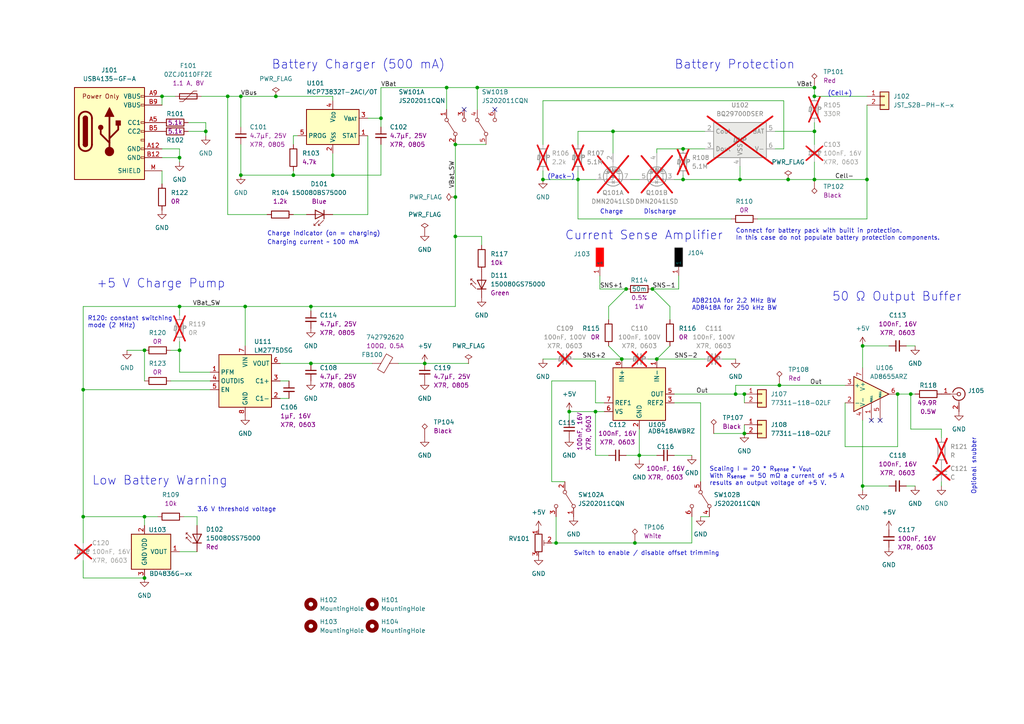
<source format=kicad_sch>
(kicad_sch (version 20230121) (generator eeschema)
  (paper "A4")
  (title_block (title "SCuSA - Scope Current Sense Amplifier") (date "2023-07-15") (rev "Rev B1") (company "fl0m0"))
  (junction (at 52.07 45.72))
  (junction (at 215.9 125.73))
  (junction (at 228.6 52.07))
  (junction (at 96.52 50.8))
  (junction (at 215.9 114.3))
  (junction (at 123.19 105.41))
  (junction (at 161.29 157.48))
  (junction (at 52.07 88.9))
  (junction (at 198.12 43.18))
  (junction (at 24.13 149.86))
  (junction (at 90.17 105.41))
  (junction (at 46.99 27.94))
  (junction (at 264.16 114.3))
  (junction (at 41.91 101.6))
  (junction (at 52.07 101.6))
  (junction (at 132.08 41.91))
  (junction (at 181.61 83.82))
  (junction (at 180.34 104.14))
  (junction (at 190.5 104.14))
  (junction (at 41.91 149.86))
  (junction (at 250.19 140.97))
  (junction (at 24.13 113.03))
  (junction (at 80.01 27.94))
  (junction (at 198.12 52.07))
  (junction (at 138.43 25.4))
  (junction (at 69.85 27.94))
  (junction (at 226.06 111.76))
  (junction (at 90.17 88.9))
  (junction (at 165.1 119.38))
  (junction (at 260.35 114.3))
  (junction (at 129.54 25.4))
  (junction (at 167.64 52.07))
  (junction (at 132.08 57.15))
  (junction (at 157.48 52.07))
  (junction (at 71.12 88.9))
  (junction (at 185.42 132.08))
  (junction (at 110.49 34.29))
  (junction (at 250.19 100.33))
  (junction (at 41.91 167.64))
  (junction (at 236.22 52.07))
  (junction (at 189.23 83.82))
  (junction (at 177.8 38.1))
  (junction (at 59.69 38.1))
  (junction (at 213.36 114.3))
  (junction (at 132.08 68.58))
  (junction (at 184.15 157.48))
  (junction (at 236.22 38.1))
  (junction (at 172.72 119.38))
  (junction (at 251.46 52.07))
  (junction (at 214.63 52.07))
  (junction (at 236.22 25.4))
  (junction (at 69.85 50.8))
  (junction (at 85.09 50.8))
  (junction (at 236.22 27.94))
  (junction (at 66.04 27.94))
  (no_connect (at 143.51 31.75))
  (no_connect (at 252.73 121.92))
  (no_connect (at 134.62 31.75))
  (no_connect (at 255.27 121.92))
  (wire (pts (xy 52.07 99.06) (xy 52.07 101.6)))
  (wire (pts (xy 46.99 43.18) (xy 52.07 43.18)))
  (wire (pts (xy 185.42 132.08) (xy 190.5 132.08)))
  (wire (pts (xy 236.22 38.1) (xy 236.22 35.56)))
  (wire (pts (xy 41.91 152.4) (xy 41.91 149.86)))
  (wire (pts (xy 260.35 129.54) (xy 245.11 129.54)))
  (wire (pts (xy 213.36 104.14) (xy 209.55 104.14)))
  (wire (pts (xy 181.61 132.08) (xy 185.42 132.08)))
  (wire (pts (xy 110.49 25.4) (xy 129.54 25.4)))
  (wire (pts (xy 57.15 149.86) (xy 57.15 152.4)))
  (wire (pts (xy 24.13 149.86) (xy 41.91 149.86)))
  (wire (pts (xy 180.34 104.14) (xy 176.53 100.33)))
  (wire (pts (xy 236.22 52.07) (xy 236.22 46.99)))
  (wire (pts (xy 236.22 25.4) (xy 236.22 27.94)))
  (wire (pts (xy 224.79 38.1) (xy 236.22 38.1)))
  (wire (pts (xy 69.85 27.94) (xy 80.01 27.94)))
  (wire (pts (xy 138.43 31.75) (xy 138.43 25.4)))
  (wire (pts (xy 90.17 90.17) (xy 90.17 88.9)))
  (wire (pts (xy 81.28 110.49) (xy 83.82 110.49)))
  (wire (pts (xy 260.35 114.3) (xy 260.35 129.54)))
  (wire (pts (xy 185.42 124.46) (xy 185.42 132.08)))
  (wire (pts (xy 204.47 104.14) (xy 190.5 104.14)))
  (wire (pts (xy 69.85 27.94) (xy 69.85 36.83)))
  (wire (pts (xy 132.08 41.91) (xy 132.08 57.15)))
  (wire (pts (xy 59.69 39.37) (xy 59.69 38.1)))
  (wire (pts (xy 59.69 38.1) (xy 54.61 38.1)))
  (wire (pts (xy 157.48 41.91) (xy 157.48 29.21)))
  (wire (pts (xy 198.12 50.8) (xy 198.12 52.07)))
  (wire (pts (xy 157.48 29.21) (xy 227.33 29.21)))
  (wire (pts (xy 227.33 43.18) (xy 224.79 43.18)))
  (wire (pts (xy 167.64 63.5) (xy 167.64 52.07)))
  (wire (pts (xy 52.07 45.72) (xy 52.07 46.99)))
  (wire (pts (xy 250.19 100.33) (xy 257.81 100.33)))
  (wire (pts (xy 106.68 62.23) (xy 96.52 62.23)))
  (wire (pts (xy 196.85 80.01) (xy 196.85 83.82)))
  (wire (pts (xy 172.72 116.84) (xy 172.72 110.49)))
  (wire (pts (xy 198.12 52.07) (xy 214.63 52.07)))
  (wire (pts (xy 90.17 88.9) (xy 132.08 88.9)))
  (wire (pts (xy 175.26 119.38) (xy 172.72 119.38)))
  (wire (pts (xy 46.99 30.48) (xy 46.99 27.94)))
  (wire (pts (xy 167.64 49.53) (xy 167.64 52.07)))
  (wire (pts (xy 96.52 50.8) (xy 85.09 50.8)))
  (wire (pts (xy 71.12 88.9) (xy 90.17 88.9)))
  (wire (pts (xy 167.64 38.1) (xy 177.8 38.1)))
  (wire (pts (xy 24.13 167.64) (xy 41.91 167.64)))
  (wire (pts (xy 227.33 29.21) (xy 227.33 43.18)))
  (wire (pts (xy 219.71 63.5) (xy 251.46 63.5)))
  (wire (pts (xy 212.09 63.5) (xy 167.64 63.5)))
  (wire (pts (xy 236.22 41.91) (xy 236.22 38.1)))
  (wire (pts (xy 59.69 35.56) (xy 59.69 38.1)))
  (wire (pts (xy 213.36 114.3) (xy 215.9 114.3)))
  (wire (pts (xy 213.36 111.76) (xy 226.06 111.76)))
  (wire (pts (xy 166.37 104.14) (xy 180.34 104.14)))
  (wire (pts (xy 110.49 41.91) (xy 110.49 50.8)))
  (wire (pts (xy 52.07 101.6) (xy 52.07 107.95)))
  (wire (pts (xy 257.81 140.97) (xy 250.19 140.97)))
  (wire (pts (xy 96.52 44.45) (xy 96.52 50.8)))
  (wire (pts (xy 138.43 25.4) (xy 236.22 25.4)))
  (wire (pts (xy 250.19 142.24) (xy 250.19 140.97)))
  (wire (pts (xy 129.54 25.4) (xy 138.43 25.4)))
  (wire (pts (xy 110.49 25.4) (xy 110.49 34.29)))
  (wire (pts (xy 132.08 68.58) (xy 132.08 88.9)))
  (wire (pts (xy 195.58 116.84) (xy 203.2 116.84)))
  (wire (pts (xy 80.01 27.94) (xy 96.52 27.94)))
  (wire (pts (xy 115.57 105.41) (xy 123.19 105.41)))
  (wire (pts (xy 160.02 157.48) (xy 161.29 157.48)))
  (wire (pts (xy 273.05 127) (xy 273.05 124.46)))
  (wire (pts (xy 204.47 38.1) (xy 177.8 38.1)))
  (wire (pts (xy 195.58 114.3) (xy 213.36 114.3)))
  (wire (pts (xy 172.72 132.08) (xy 172.72 119.38)))
  (wire (pts (xy 139.7 68.58) (xy 132.08 68.58)))
  (wire (pts (xy 54.61 35.56) (xy 59.69 35.56)))
  (wire (pts (xy 160.02 139.7) (xy 163.83 139.7)))
  (wire (pts (xy 175.26 116.84) (xy 172.72 116.84)))
  (wire (pts (xy 172.72 110.49) (xy 160.02 110.49)))
  (wire (pts (xy 53.34 149.86) (xy 57.15 149.86)))
  (wire (pts (xy 273.05 124.46) (xy 264.16 124.46)))
  (wire (pts (xy 24.13 88.9) (xy 24.13 113.03)))
  (wire (pts (xy 110.49 50.8) (xy 96.52 50.8)))
  (wire (pts (xy 140.97 41.91) (xy 132.08 41.91)))
  (wire (pts (xy 24.13 162.56) (xy 24.13 167.64)))
  (wire (pts (xy 260.35 114.3) (xy 264.16 114.3)))
  (wire (pts (xy 106.68 39.37) (xy 106.68 62.23)))
  (wire (pts (xy 251.46 52.07) (xy 236.22 52.07)))
  (wire (pts (xy 66.04 27.94) (xy 69.85 27.94)))
  (wire (pts (xy 49.53 110.49) (xy 60.96 110.49)))
  (wire (pts (xy 24.13 157.48) (xy 24.13 149.86)))
  (wire (pts (xy 205.74 149.86) (xy 203.2 149.86)))
  (wire (pts (xy 52.07 91.44) (xy 52.07 88.9)))
  (wire (pts (xy 185.42 132.08) (xy 185.42 133.35)))
  (wire (pts (xy 161.29 157.48) (xy 184.15 157.48)))
  (wire (pts (xy 245.11 129.54) (xy 245.11 116.84)))
  (wire (pts (xy 251.46 27.94) (xy 236.22 27.94)))
  (wire (pts (xy 181.61 83.82) (xy 176.53 88.9)))
  (wire (pts (xy 41.91 149.86) (xy 45.72 149.86)))
  (wire (pts (xy 172.72 52.07) (xy 167.64 52.07)))
  (wire (pts (xy 96.52 27.94) (xy 96.52 29.21)))
  (wire (pts (xy 69.85 50.8) (xy 85.09 50.8)))
  (wire (pts (xy 52.07 43.18) (xy 52.07 45.72)))
  (wire (pts (xy 161.29 149.86) (xy 161.29 157.48)))
  (wire (pts (xy 228.6 52.07) (xy 236.22 52.07)))
  (wire (pts (xy 203.2 139.7) (xy 203.2 116.84)))
  (wire (pts (xy 214.63 48.26) (xy 214.63 52.07)))
  (wire (pts (xy 195.58 132.08) (xy 200.66 132.08)))
  (wire (pts (xy 177.8 38.1) (xy 177.8 44.45)))
  (wire (pts (xy 50.8 27.94) (xy 46.99 27.94)))
  (wire (pts (xy 190.5 104.14) (xy 194.31 100.33)))
  (wire (pts (xy 58.42 27.94) (xy 66.04 27.94)))
  (wire (pts (xy 90.17 105.41) (xy 107.95 105.41)))
  (wire (pts (xy 264.16 114.3) (xy 265.43 114.3)))
  (wire (pts (xy 200.66 149.86) (xy 200.66 157.48)))
  (wire (pts (xy 167.64 41.91) (xy 167.64 38.1)))
  (wire (pts (xy 173.99 80.01) (xy 173.99 83.82)))
  (wire (pts (xy 195.58 52.07) (xy 198.12 52.07)))
  (wire (pts (xy 157.48 104.14) (xy 161.29 104.14)))
  (wire (pts (xy 157.48 49.53) (xy 157.48 52.07)))
  (wire (pts (xy 85.09 39.37) (xy 85.09 41.91)))
  (wire (pts (xy 85.09 49.53) (xy 85.09 50.8)))
  (wire (pts (xy 187.96 104.14) (xy 190.5 104.14)))
  (wire (pts (xy 69.85 41.91) (xy 69.85 50.8)))
  (wire (pts (xy 83.82 115.57) (xy 81.28 115.57)))
  (wire (pts (xy 215.9 123.19) (xy 215.9 125.73)))
  (wire (pts (xy 176.53 88.9) (xy 176.53 92.71)))
  (wire (pts (xy 273.05 140.97) (xy 273.05 139.7)))
  (wire (pts (xy 262.89 140.97) (xy 265.43 140.97)))
  (wire (pts (xy 85.09 39.37) (xy 86.36 39.37)))
  (wire (pts (xy 52.07 88.9) (xy 71.12 88.9)))
  (wire (pts (xy 41.91 110.49) (xy 41.91 101.6)))
  (wire (pts (xy 24.13 113.03) (xy 60.96 113.03)))
  (wire (pts (xy 181.61 83.82) (xy 173.99 83.82)))
  (wire (pts (xy 157.48 52.07) (xy 167.64 52.07)))
  (wire (pts (xy 204.47 43.18) (xy 198.12 43.18)))
  (wire (pts (xy 250.19 140.97) (xy 250.19 121.92)))
  (wire (pts (xy 194.31 88.9) (xy 189.23 83.82)))
  (wire (pts (xy 215.9 116.84) (xy 215.9 114.3)))
  (wire (pts (xy 251.46 63.5) (xy 251.46 52.07)))
  (wire (pts (xy 184.15 157.48) (xy 200.66 157.48)))
  (wire (pts (xy 57.15 160.02) (xy 52.07 160.02)))
  (wire (pts (xy 182.88 104.14) (xy 180.34 104.14)))
  (wire (pts (xy 52.07 107.95) (xy 60.96 107.95)))
  (wire (pts (xy 81.28 105.41) (xy 90.17 105.41)))
  (wire (pts (xy 49.53 101.6) (xy 52.07 101.6)))
  (wire (pts (xy 226.06 111.76) (xy 245.11 111.76)))
  (wire (pts (xy 24.13 113.03) (xy 24.13 149.86)))
  (wire (pts (xy 165.1 119.38) (xy 172.72 119.38)))
  (wire (pts (xy 198.12 43.18) (xy 190.5 43.18)))
  (wire (pts (xy 264.16 124.46) (xy 264.16 114.3)))
  (wire (pts (xy 160.02 110.49) (xy 160.02 139.7)))
  (wire (pts (xy 71.12 88.9) (xy 71.12 100.33)))
  (wire (pts (xy 207.01 125.73) (xy 215.9 125.73)))
  (wire (pts (xy 132.08 57.15) (xy 132.08 68.58)))
  (wire (pts (xy 129.54 31.75) (xy 129.54 25.4)))
  (wire (pts (xy 46.99 53.34) (xy 46.99 49.53)))
  (wire (pts (xy 213.36 114.3) (xy 213.36 111.76)))
  (wire (pts (xy 46.99 45.72) (xy 52.07 45.72)))
  (wire (pts (xy 110.49 34.29) (xy 110.49 36.83)))
  (wire (pts (xy 66.04 62.23) (xy 66.04 27.94)))
  (wire (pts (xy 189.23 83.82) (xy 196.85 83.82)))
  (wire (pts (xy 190.5 43.18) (xy 190.5 44.45)))
  (wire (pts (xy 176.53 132.08) (xy 172.72 132.08)))
  (wire (pts (xy 36.83 101.6) (xy 41.91 101.6)))
  (wire (pts (xy 182.88 52.07) (xy 185.42 52.07)))
  (wire (pts (xy 139.7 71.12) (xy 139.7 68.58)))
  (wire (pts (xy 77.47 62.23) (xy 66.04 62.23)))
  (wire (pts (xy 251.46 30.48) (xy 251.46 52.07)))
  (wire (pts (xy 250.19 100.33) (xy 250.19 106.68)))
  (wire (pts (xy 106.68 34.29) (xy 110.49 34.29)))
  (wire (pts (xy 265.43 100.33) (xy 262.89 100.33)))
  (wire (pts (xy 88.9 62.23) (xy 85.09 62.23)))
  (wire (pts (xy 165.1 121.92) (xy 165.1 119.38)))
  (wire (pts (xy 135.89 105.41) (xy 123.19 105.41)))
  (wire (pts (xy 194.31 92.71) (xy 194.31 88.9)))
  (wire (pts (xy 24.13 88.9) (xy 52.07 88.9)))
  (wire (pts (xy 214.63 52.07) (xy 228.6 52.07)))
  (text "+5 V Charge Pump" (at 27.94 83.82 0) (effects (font (size 2.54 2.54)) (justify left bottom)))
  (text "Charge" (at 173.99 62.23 0) (effects (font (size 1.27 1.27)) (justify left bottom)))
  (text "Battery Protection" (at 195.58 20.32 0) (effects (font (size 2.54 2.54)) (justify left bottom)))
  (text "Charging current ~ 100 mA" (at 77.47 71.12 0) (effects (font (size 1.27 1.27)) (justify left bottom)))
  (text "Optional snubber" (at 283.21 143.51 90) (effects (font (size 1.27 1.27)) (justify left bottom)))
  (text "Switch to enable / disable offset trimming" (at 166.37 161.29 0) (effects (font (size 1.27 1.27)) (justify left bottom)))
  (text "3.6 V threshold voltage" (at 57.15 148.59 0) (effects (font (size 1.27 1.27)) (justify left bottom)))
  (text "Current Sense Amplifier" (at 163.83 69.85 0) (effects (font (size 2.54 2.54)) (justify left bottom)))
  (text "(Pack-)" (at 158.75 52.07 0) (effects (font (size 1.27 1.27)) (justify left bottom)))
  (text "Discharge" (at 186.69 62.23 0) (effects (font (size 1.27 1.27)) (justify left bottom)))
  (text "(Cell+)" (at 240.03 27.94 0) (effects (font (size 1.27 1.27)) (justify left bottom)))
  (text "Connect for battery pack with built in protection.\nIn this case do not populate battery protection components." (at 213.36 69.85 0) (effects (font (size 1.27 1.27)) (justify left bottom)))
  (text "Battery Charger (500 mA)" (at 78.74 20.32 0) (effects (font (size 2.54 2.54)) (justify left bottom)))
  (text "Low Battery Warning" (at 26.67 140.97 0) (effects (font (size 2.54 2.54)) (justify left bottom)))
  (text "Scaling I = 20 * R_{sense} * V_{out}\nWith R_{sense} = 50 mΩ a current of +5 A\nresults an output voltage of +5 V." (at 205.74 140.97 0) (effects (font (size 1.27 1.27)) (justify left bottom)))
  (text "Charge indicator (on = charging)" (at 77.47 68.58 0) (effects (font (size 1.27 1.27)) (justify left bottom)))
  (text "R120: constant switching\nmode (2 MHz)" (at 25.4 95.25 0) (effects (font (size 1.27 1.27)) (justify left bottom)))
  (text "AD8210A for 2.2 MHz BW\nAD8418A for 250 kHz BW" (at 200.66 90.17 0) (effects (font (size 1.27 1.27)) (justify left bottom)))
  (text "50 Ω Output Buffer" (at 241.3 87.63 0) (effects (font (size 2.54 2.54)) (justify left bottom)))
  (label "VBus" (at 69.85 27.94 0))
  (label "VBat" (at 231.14 25.4 0))
  (label "SNS-2" (at 195.58 104.14 0))
  (label "SNS+2" (at 168.91 104.14 0))
  (label "VBat_SW" (at 55.88 88.9 0))
  (label "SNS-1" (at 189.23 83.82 0))
  (label "VBat" (at 110.49 25.4 0))
  (label "Out" (at 234.95 111.76 0))
  (label "Cell-" (at 247.65 52.07 180))
  (label "SNS+1" (at 173.99 83.82 0))
  (label "Out" (at 201.93 114.3 0))
  (label "VBat_SW" (at 132.08 54.61 90))
  (symbol (lib_id "Resistor_User:0R,0603") (at 45.72 101.6 90) (unit 1)
    (property "Reference" "R120" (at 48.26 96.52 90) (effects (justify left)))
    (property "Value" "0R,0603" (effects hide))
    (property "Footprint" "Resistor_SMD:R_0603_1608Metric_Pad0.98x0.95mm_HandSolder" (effects hide))
    (property "Resistance" "0R" (at 46.99 99.06 90) (effects (justify left)))
    (property "Tolerance" "1%" (effects hide))
    (property "Power" "0.1W" (effects hide))
    (property "Package" "0603" (effects hide))
  )
  (symbol (lib_name "JST_S2B-PH-K-x_1") (lib_id "Connector_User:JST_S2B-PH-K-x") (at 256.54 30.48 0) (unit 1)
    (property "Reference" "J102" (at 259.08 27.94 0) (effects (justify left)))
    (property "Value" "JST_S2B-PH-K-x" (at 259.08 30.48 0) (effects (justify left)))
    (property "Footprint" "Connector_JST:JST_PH_S2B-PH-K_1x02_P2.00mm_Horizontal" (effects hide))
    (property "Datasheet" "https://www.jst-mfg.com/product/pdf/eng/ePH.pdf" (effects hide))
    (property "Manufacturer" "JST" (effects hide))
    (property "MPN" "S2B-PH-K-S" (effects hide))
    (property "Supplier" "Digi-Key" (effects hide))
    (property "SPN" "455-1719-ND" (effects hide))
  )
  (symbol (lib_id "Testpoint_User:TestPoint_5011_Black") (at 123.19 127 0) (unit 1)
    (property "Reference" "TP104" (at 125.73 122.428 0) (effects (justify left)))
    (property "Value" "TestPoint_5011_Black" (effects hide))
    (property "Footprint" "TestPoint:TestPoint_Loop_D2.60mm_Drill1.6mm_Beaded" (effects hide))
    (property "Datasheet" "https://www.keystone-europe.com/wp-content/uploads/2019/11/M70_keystone_guide_2019.pdf" (effects hide))
    (property "Manufacturer" "Keystone Electronics" (effects hide))
    (property "MPN" "5011" (effects hide))
    (property "Color" "Black" (at 125.73 124.968 0) (effects (justify left)))
    (property "Supplier" "Digi-Key" (effects hide))
    (property "SPN" "36-5011-ND" (effects hide))
  )
  (symbol (lib_id "Amplifier_Current_User:AD8418AWBRZ") (at 185.42 114.3 0) (unit 1)
    (property "Reference" "U105" (at 187.96 123.19 0) (effects (justify left)))
    (property "Value" "AD8418AWBRZ" (at 201.6598 125.0289 0) (effects (justify right)))
    (property "Footprint" "Package_SO:SOIC-8_3.9x4.9mm_P1.27mm" (effects hide))
    (property "Datasheet" "https://www.analog.com/media/en/technical-documentation/data-sheets/ad8410a.pdf" (effects hide))
    (property "Supplier" "Digi-Key" (effects hide))
    (property "SPN" "505-AD8418AWBRZ-ND" (effects hide))
    (property "Manufacturer" "Analog Devices" (effects hide))
    (property "MPN" "AD8418AWBRZ" (effects hide))
  )
  (symbol (lib_id "Capacitor_User:100nF,16V,X7R,0603") (at 260.35 140.97 90) (unit 1)
    (property "Reference" "C118" (at 260.3563 132.08 90))
    (property "Value" "100nF,16V,X7R,0603" (effects hide))
    (property "Footprint" "Capacitor_SMD:C_0603_1608Metric_Pad1.08x0.95mm_HandSolder" (effects hide))
    (property "Pretty Value 1" "100nF, 16V" (at 260.3563 134.62 90))
    (property "Pretty Value 2" "X7R, 0603" (at 260.3563 137.16 90))
  )
  (symbol (lib_id "power:GND") (at 265.43 140.97 0) (unit 1)
    (property "Reference" "#PWR05" (effects hide))
    (property "Value" "GND" (at 265.43 146.05 0))
  )
  (symbol (lib_id "Testpoint_User:TestPoint_5011_Black") (at 236.22 52.07 180) (unit 1)
    (property "Reference" "TP102" (at 238.76 54.102 0) (effects (justify right)))
    (property "Value" "TestPoint_5011_Black" (effects hide))
    (property "Footprint" "TestPoint:TestPoint_Loop_D2.60mm_Drill1.6mm_Beaded" (effects hide))
    (property "Datasheet" "https://www.keystone-europe.com/wp-content/uploads/2019/11/M70_keystone_guide_2019.pdf" (effects hide))
    (property "Manufacturer" "Keystone Electronics" (effects hide))
    (property "MPN" "5011" (effects hide))
    (property "Color" "Black" (at 238.76 56.642 0) (effects (justify right)))
    (property "Supplier" "Digi-Key" (effects hide))
    (property "SPN" "36-5011-ND" (effects hide))
  )
  (symbol (lib_id "power:+5V") (at 257.81 153.67 0) (unit 1)
    (property "Reference" "#PWR07" (effects hide))
    (property "Value" "+5V" (at 257.81 148.59 0))
  )
  (symbol (lib_id "Capacitor_User:100nF,16V,X7R,0603") (at 257.81 156.21 180) (unit 1)
    (property "Reference" "C117" (at 260.35 153.6636 0) (effects (justify right)))
    (property "Value" "100nF,16V,X7R,0603" (effects hide))
    (property "Footprint" "Capacitor_SMD:C_0603_1608Metric_Pad1.08x0.95mm_HandSolder" (effects hide))
    (property "Pretty Value 1" "100nF, 16V" (at 260.35 156.2036 0) (effects (justify right)))
    (property "Pretty Value 2" "X7R, 0603" (at 260.35 158.7436 0) (effects (justify right)))
  )
  (symbol (lib_id "power:GND") (at 139.7 86.36 0) (unit 1)
    (property "Reference" "#PWR0129" (effects hide))
    (property "Value" "GND" (at 139.7 91.44 0))
  )
  (symbol (lib_id "power:PWR_FLAG") (at 228.6 52.07 0) (unit 1)
    (property "Reference" "#FLG0101" (effects hide))
    (property "Value" "PWR_FLAG" (at 228.6 46.99 0))
  )
  (symbol (lib_id "power:GND") (at 215.9 125.73 0) (unit 1)
    (property "Reference" "#PWR0114" (effects hide))
    (property "Value" "GND" (at 215.9 130.81 0))
  )
  (symbol (lib_id "power:GND") (at 36.83 101.6 0) (unit 1)
    (property "Reference" "#PWR0127" (effects hide))
    (property "Value" "GND" (at 36.83 106.68 0))
  )
  (symbol (lib_id "power:GND") (at 157.48 52.07 0) (mirror y) (unit 1)
    (property "Reference" "#PWR0106" (effects hide))
    (property "Value" "GND" (at 157.48 57.15 0))
  )
  (symbol (lib_id "Mechanical:MountingHole") (at 90.17 181.61 0) (unit 1)
    (property "Reference" "H103" (at 92.71 180.34 0) (effects (justify left)))
    (property "Value" "MountingHole" (at 92.71 182.88 0) (effects (justify left)))
    (property "Footprint" "MountingHole:MountingHole_3.2mm_M3_DIN965" (effects hide))
  )
  (symbol (lib_id "power:GND") (at 265.43 100.33 0) (unit 1)
    (property "Reference" "#PWR06" (effects hide))
    (property "Value" "GND" (at 265.43 105.41 0))
  )
  (symbol (lib_id "power:+5V") (at 165.1 119.38 0) (unit 1)
    (property "Reference" "#PWR0111" (effects hide))
    (property "Value" "+5V" (at 165.1 114.3 0))
  )
  (symbol (lib_id "Connector_User:77311-118-02LF") (at 220.98 124.46 0) (unit 1)
    (property "Reference" "J108" (at 223.52 123.19 0) (effects (justify left)))
    (property "Value" "77311-118-02LF" (at 223.52 125.73 0) (effects (justify left)))
    (property "Footprint" "Connector_PinHeader_2.54mm:PinHeader_1x02_P2.54mm_Vertical" (effects hide))
    (property "Datasheet" "https://cdn.amphenol-icc.com/media/wysiwyg/files/drawing/77311.pdf" (effects hide))
    (property "Manufacturer" "Amphenol" (effects hide))
    (property "Supplier" "Digi-Key" (effects hide))
    (property "SPN" "609-4434-ND" (effects hide))
  )
  (symbol (lib_id "Capacitor_User:100nF,16V,X7R,0603") (at 24.13 160.02 180) (unit 1) (dnp yes)
    (property "Reference" "C120" (at 26.67 157.4736 0) (effects (justify right)))
    (property "Value" "100nF,16V,X7R,0603" (effects hide))
    (property "Footprint" "Capacitor_SMD:C_0603_1608Metric_Pad1.08x0.95mm_HandSolder" (effects hide))
    (property "Pretty Value 1" "100nF, 16V" (at 26.67 160.0136 0) (effects (justify right)))
    (property "Pretty Value 2" "X7R, 0603" (at 26.67 162.5536 0) (effects (justify right)))
    (property "DNP" "DNP" (at 24.13 160.02 0) (effects (font bold italic)))
  )
  (symbol (lib_id "power:GND") (at 59.69 39.37 0) (unit 1)
    (property "Reference" "#PWR0120" (effects hide))
    (property "Value" "GND" (at 59.69 44.45 0))
  )
  (symbol (lib_id "Switch_User:Slide_Switch_JS202011CQN") (at 203.2 144.78 270) (unit 2)
    (property "Reference" "SW102" (at 207.01 143.51 90) (effects (justify left)))
    (property "Value" "JS202011CQN" (at 207.01 146.05 90) (effects (justify left)))
    (property "Footprint" "Button_Switch_THT:SW_CuK_JS202011CQN_DPDT_Straight" (effects hide))
    (property "Datasheet" "https://www.ckswitches.com/media/1422/js.pdf" (effects hide))
    (property "Manufacturer" "CuK" (effects hide))
    (property "MPN" "JS202011CQN" (effects hide))
    (property "Supplier" "Digi-Key" (effects hide))
    (property "SPN" "401-2001-ND" (effects hide))
  )
  (symbol (lib_id "Resistor_User:2.2k,0603") (at 157.48 45.72 0) (unit 1) (dnp yes)
    (property "Reference" "R106" (at 160.02 44.45 0) (effects (justify left)))
    (property "Value" "2.2k,0603" (effects hide))
    (property "Footprint" "Resistor_SMD:R_0603_1608Metric_Pad0.98x0.95mm_HandSolder" (effects hide))
    (property "Resistance" "2.2k" (at 160.02 46.99 0) (effects (justify left)))
    (property "Tolerance" "1%" (effects hide))
    (property "Power" "0.1W" (effects hide))
    (property "Package" "0603" (effects hide))
    (property "DNP" "DNP" (at 157.48 45.72 0) (effects (font bold italic)))
  )
  (symbol (lib_id "power:GND") (at 203.2 149.86 0) (unit 1)
    (property "Reference" "#PWR0118" (effects hide))
    (property "Value" "GND" (at 203.2 154.94 0))
  )
  (symbol (lib_id "Capacitor_User:4.7uF,25V,X7R,0805") (at 69.85 39.37 0) (unit 1)
    (property "Reference" "C101" (at 72.39 36.8363 0) (effects (justify left)))
    (property "Value" "4.7uF,25V,X7R,0805" (effects hide))
    (property "Footprint" "Capacitor_SMD:C_0805_2012Metric_Pad1.18x1.45mm_HandSolder" (effects hide))
    (property "Pretty Value 1" "4.7μF, 25V" (at 72.39 39.3763 0) (effects (justify left)))
    (property "Pretty Value 2" "X7R, 0805" (at 72.39 41.9163 0) (effects (justify left)))
  )
  (symbol (lib_id "power:GND") (at 278.13 119.38 0) (unit 1)
    (property "Reference" "#PWR0130" (effects hide))
    (property "Value" "GND" (at 278.13 124.46 0))
  )
  (symbol (lib_id "power:GND") (at 90.17 110.49 0) (unit 1)
    (property "Reference" "#PWR0123" (effects hide))
    (property "Value" "GND" (at 90.17 115.57 0))
  )
  (symbol (lib_id "Resistor_User:0R,0603") (at 46.99 57.15 0) (unit 1)
    (property "Reference" "R122" (at 49.53 55.88 0) (effects (justify left)))
    (property "Value" "0R,0603" (effects hide))
    (property "Footprint" "Resistor_SMD:R_0603_1608Metric_Pad0.98x0.95mm_HandSolder" (effects hide))
    (property "Resistance" "0R" (at 49.53 58.42 0) (effects (justify left)))
    (property "Tolerance" "1%" (effects hide))
    (property "Power" "0.1W" (effects hide))
    (property "Package" "0603" (effects hide))
  )
  (symbol (lib_id "Battery_Management:BQ297xy") (at 214.63 40.64 0) (mirror y) (unit 1) (dnp yes)
    (property "Reference" "U102" (at 214.63 30.48 0))
    (property "Value" "BQ29700DSER" (at 214.63 33.02 0))
    (property "Footprint" "Package_SON:WSON-6_1.5x1.5mm_P0.5mm" (effects hide))
    (property "Datasheet" "http://www.ti.com/lit/ds/symlink/bq2970.pdf" (effects hide))
    (property "DNP" "DNP" (at 214.63 40.64 0) (effects (font bold italic)))
  )
  (symbol (lib_id "Regulator_SwitchedCapacitor:LM2775DSG") (at 71.12 110.49 0) (unit 1)
    (property "Reference" "U111" (at 73.66 99.06 0) (effects (justify left)))
    (property "Value" "LM2775DSG" (at 73.66 101.6 0) (effects (justify left)))
    (property "Footprint" "Package_SON:WSON-8-1EP_2x2mm_P0.5mm_EP0.9x1.6mm_ThermalVias" (effects hide))
    (property "Datasheet" "https://www.ti.com/lit/gpn/lm2775" (effects hide))
  )
  (symbol (lib_id "Capacitor_User:100nF,100V,X7R,0603") (at 163.83 104.14 90) (unit 1) (dnp yes)
    (property "Reference" "C109" (at 163.8363 95.25 90))
    (property "Value" "100nF,100V,X7R,0603" (effects hide))
    (property "Footprint" "Capacitor_SMD:C_0603_1608Metric_Pad1.08x0.95mm_HandSolder" (effects hide))
    (property "Pretty Value 1" "100nF, 100V" (at 163.8363 97.79 90))
    (property "Pretty Value 2" "X7R, 0603" (at 163.8363 100.33 90))
    (property "DNP" "DNP" (at 163.83 104.14 90) (effects (font bold italic)))
  )
  (symbol (lib_id "power:GND") (at 273.05 140.97 0) (unit 1)
    (property "Reference" "#PWR0115" (effects hide))
    (property "Value" "GND" (at 273.05 146.05 0))
  )
  (symbol (lib_id "Capacitor_User:100nF,100V,X7R,0603") (at 207.01 104.14 90) (unit 1) (dnp yes)
    (property "Reference" "C111" (at 207.0163 95.25 90))
    (property "Value" "100nF,100V,X7R,0603" (effects hide))
    (property "Footprint" "Capacitor_SMD:C_0603_1608Metric_Pad1.08x0.95mm_HandSolder" (effects hide))
    (property "Pretty Value 1" "100nF, 100V" (at 207.0163 97.79 90))
    (property "Pretty Value 2" "X7R, 0603" (at 207.0163 100.33 90))
    (property "DNP" "DNP" (at 207.01 104.14 90) (effects (font bold italic)))
  )
  (symbol (lib_id "Resistor_User:1.2k,0603") (at 81.28 62.23 90) (unit 1)
    (property "Reference" "R104" (at 81.28 55.88 90))
    (property "Value" "1.2k,0603" (effects hide))
    (property "Footprint" "Resistor_SMD:R_0603_1608Metric_Pad0.98x0.95mm_HandSolder" (effects hide))
    (property "Resistance" "1.2k" (at 81.28 58.42 90))
    (property "Tolerance" "1%" (effects hide))
    (property "Power" "0.1W" (effects hide))
    (property "Package" "0603" (effects hide))
  )
  (symbol (lib_id "Resistor_User:330R,0603") (at 236.22 31.75 0) (unit 1) (dnp yes)
    (property "Reference" "R105" (at 238.76 30.48 0) (effects (justify left)))
    (property "Value" "330R,0603" (effects hide))
    (property "Footprint" "Resistor_SMD:R_0603_1608Metric_Pad0.98x0.95mm_HandSolder" (effects hide))
    (property "Resistance" "330R" (at 238.76 33.02 0) (effects (justify left)))
    (property "Tolerance" "1%" (effects hide))
    (property "Power" "0.1W" (effects hide))
    (property "Package" "0603" (effects hide))
    (property "DNP" "DNP" (at 236.22 31.75 0) (effects (font bold italic)))
  )
  (symbol (lib_id "Capacitor_User:4.7uF,25V,X7R,0805") (at 123.19 107.95 0) (unit 1)
    (property "Reference" "C119" (at 125.73 106.68 0) (effects (justify left)))
    (property "Value" "4.7uF,25V,X7R,0805" (effects hide))
    (property "Footprint" "Capacitor_SMD:C_0805_2012Metric_Pad1.18x1.45mm_HandSolder" (effects hide))
    (property "Pretty Value 1" "4.7μF, 25V" (at 125.73 109.22 0) (effects (justify left)))
    (property "Pretty Value 2" "X7R, 0805" (at 125.73 111.76 0) (effects (justify left)))
  )
  (symbol (lib_id "Resistor_User:10k_Potentiometer_Trim_TSR-3296W") (at 156.21 157.48 0) (unit 1)
    (property "Reference" "RV101" (at 153.67 156.21 0) (effects (justify right)))
    (property "Value" "10k_Potentiometer_Trim_TSR-3296W" (effects hide))
    (property "Footprint" "Potentionmeter_THT_User:Potentiometer_Suntan_3296W_Vertical_90deg" (effects hide))
    (property "Datasheet" "https://cdn-reichelt.de/documents/datenblatt/B400/64W100K.pdf" (effects hide))
    (property "Manufacturer" "Suntan" (effects hide))
    (property "MPN" "TSR-3296W" (effects hide))
    (property "Supplier" "Reichelt" (effects hide))
    (property "SPN" "64W-10K" (effects hide))
  )
  (symbol (lib_id "Connector_User:Binding_Post_PKI_10_A_Au_Black") (at 196.85 77.47 90) (unit 1)
    (property "Reference" "J104" (at 199.39 73.3425 90) (effects (justify right)))
    (property "Value" "Binding_Post_PKI_10_A_Au" (effects hide))
    (property "Footprint" "Connector_User:Binding_Post_PKI_10_A_Au_Black" (effects hide))
    (property "Datasheet" "https://cdn-reichelt.de/documents/datenblatt/D100/PKI_10_A_AU.pdf" (effects hide))
    (property "Supplier" "Reichelt" (effects hide))
    (property "SPN" "PKI 10 A AU SW" (effects hide))
    (property "Manufacturer" "SKS, Hirschmann" (effects hide))
    (property "MPN" "930103700" (effects hide))
  )
  (symbol (lib_id "Switch_User:Slide_Switch_JS202011CQN") (at 132.08 36.83 90) (unit 1)
    (property "Reference" "SW101" (at 115.57 26.67 90) (effects (justify right)))
    (property "Value" "JS202011CQN" (at 115.57 29.21 90) (effects (justify right)))
    (property "Footprint" "Button_Switch_THT:SW_CuK_JS202011CQN_DPDT_Straight" (effects hide))
    (property "Datasheet" "https://www.ckswitches.com/media/1422/js.pdf" (effects hide))
    (property "Manufacturer" "CuK" (effects hide))
    (property "MPN" "JS202011CQN" (effects hide))
    (property "Supplier" "Digi-Key" (effects hide))
    (property "SPN" "401-2001-ND" (effects hide))
  )
  (symbol (lib_id "Resistor_User:0R,0603") (at 52.07 95.25 0) (unit 1) (dnp yes)
    (property "Reference" "R119" (at 54.61 93.98 0) (effects (justify left)))
    (property "Value" "0R,0603" (effects hide))
    (property "Footprint" "Resistor_SMD:R_0603_1608Metric_Pad0.98x0.95mm_HandSolder" (effects hide))
    (property "Resistance" "0R" (at 54.61 96.52 0) (effects (justify left)))
    (property "Tolerance" "1%" (effects hide))
    (property "Power" "0.1W" (effects hide))
    (property "Package" "0603" (effects hide))
    (property "DNP" "DNP" (at 52.07 95.25 0) (effects (font bold italic)))
  )
  (symbol (lib_id "power:GND") (at 123.19 110.49 0) (unit 1)
    (property "Reference" "#PWR09" (effects hide))
    (property "Value" "GND" (at 123.19 115.57 0))
  )
  (symbol (lib_id "power:GND") (at 157.48 104.14 0) (unit 1)
    (property "Reference" "#PWR01" (effects hide))
    (property "Value" "GND" (at 157.48 109.22 0))
  )
  (symbol (lib_id "Amplifier_Operational:AD8655") (at 252.73 114.3 0) (unit 1)
    (property "Reference" "U106" (at 256.54 106.68 0))
    (property "Value" "AD8655ARZ" (at 257.81 109.22 0))
    (property "Footprint" "Package_SO:SOIC-8_3.9x4.9mm_P1.27mm" (effects hide))
    (property "Datasheet" "https://www.analog.com/media/en/technical-documentation/data-sheets/ad8655_8656.pdf" (effects hide))
    (property "Supplier" "Digi-Key" (effects hide))
    (property "SPN" "505-AD8655ARZ-ND" (effects hide))
  )
  (symbol (lib_id "Testpoint_User:TestPoint_5011_Black") (at 207.01 125.73 0) (unit 1)
    (property "Reference" "TP107" (at 209.55 121.158 0) (effects (justify left)))
    (property "Value" "TestPoint_5011_Black" (effects hide))
    (property "Footprint" "TestPoint:TestPoint_Loop_D2.60mm_Drill1.6mm_Beaded" (effects hide))
    (property "Datasheet" "https://www.keystone-europe.com/wp-content/uploads/2019/11/M70_keystone_guide_2019.pdf" (effects hide))
    (property "Manufacturer" "Keystone Electronics" (effects hide))
    (property "MPN" "5011" (effects hide))
    (property "Color" "Black" (at 209.55 123.698 0) (effects (justify left)))
    (property "Supplier" "Digi-Key" (effects hide))
    (property "SPN" "36-5011-ND" (effects hide))
  )
  (symbol (lib_id "Connector_User:Binding_Post_PKI_10_A_Au_Red") (at 173.99 77.47 90) (unit 1)
    (property "Reference" "J103" (at 166.37 73.66 90) (effects (justify right)))
    (property "Value" "Binding_Post_PKI_10_A_Au" (effects hide))
    (property "Footprint" "Connector_User:Binding_Post_PKI_10_A_Au_Red" (effects hide))
    (property "Datasheet" "https://cdn-reichelt.de/documents/datenblatt/D100/PKI_10_A_AU.pdf" (effects hide))
    (property "Supplier" "Reichelt" (effects hide))
    (property "SPN" "PKI 10 A AU RT" (effects hide))
    (property "Manufacturer" "SKS, Hirschmann" (effects hide))
    (property "MPN" "930103701" (effects hide))
  )
  (symbol (lib_id "power:GND") (at 123.19 127 0) (unit 1)
    (property "Reference" "#PWR0131" (effects hide))
    (property "Value" "GND" (at 123.19 132.08 0))
  )
  (symbol (lib_id "Capacitor_User:100nF,16V,X7R,0603") (at 165.1 124.46 0) (unit 1)
    (property "Reference" "C115" (at 161.833 122.605 0) (effects (justify left)))
    (property "Value" "100nF,16V,X7R,0603" (effects hide))
    (property "Footprint" "Capacitor_SMD:C_0603_1608Metric_Pad1.08x0.95mm_HandSolder" (effects hide))
    (property "Pretty Value 1" "100nF, 16V" (at 168.1638 130.7203 90) (effects (justify left)))
    (property "Pretty Value 2" "X7R, 0603" (at 170.7038 130.7203 90) (effects (justify left)))
  )
  (symbol (lib_id "LED_User:150080BS75000") (at 91.44 62.23 180) (unit 1)
    (property "Reference" "D101" (at 92.583 53.34 0))
    (property "Value" "150080BS75000" (at 92.583 55.88 0))
    (property "Footprint" "LED_SMD:LED_0805_2012Metric_Pad1.15x1.40mm_HandSolder" (effects hide))
    (property "Datasheet" "https://www.we-online.com/katalog/datasheet/150080BS75000.pdf" (effects hide))
    (property "Manufacturer" "Wurth Elektronik" (effects hide))
    (property "Supplier" "Digi-Key" (effects hide))
    (property "SPN" "732-4982-1-ND" (effects hide))
    (property "Info" "Blue" (at 92.583 58.42 0))
  )
  (symbol (lib_id "Connector_User:SMA_Straight_Jack_Female") (at 278.13 114.3 0) (unit 1)
    (property "Reference" "J105" (at 280.67 113.3232 0) (effects (justify left)))
    (property "Value" "SMA_Straight_Jack_Female" (effects hide))
    (property "Footprint" "Connector_User:SMA_Vertical" (effects hide))
    (property "Datasheet" "https://app.adam-tech.com/products/download/data_sheet/219105/rf2-04a-t-00-50-g-data-sheet.pdf" (effects hide))
    (property "Manufacturer" "Adam Tech" (effects hide))
    (property "MPN" "RF2-04A-T-00-50-G" (effects hide))
    (property "Supplier" "Digi-Key" (effects hide))
    (property "SPN" "2057-RF2-04A-T-00-50-G-ND" (effects hide))
  )
  (symbol (lib_id "LED_User:150080GS75000") (at 139.7 81.28 90) (unit 1)
    (property "Reference" "D111" (at 142.24 79.883 90) (effects (justify right)))
    (property "Value" "150080GS75000" (at 142.24 82.423 90) (effects (justify right)))
    (property "Footprint" "LED_SMD:LED_0805_2012Metric_Pad1.15x1.40mm_HandSolder" (effects hide))
    (property "Datasheet" "https://www.we-online.com/katalog/datasheet/150080GS75000.pdf" (effects hide))
    (property "Manufacturer" "Wurth Elektronik" (effects hide))
    (property "Supplier" "Digi-Key" (effects hide))
    (property "SPN" "732-4983-1-ND" (effects hide))
    (property "Info" "Green" (at 142.24 84.963 90) (effects (justify right)))
  )
  (symbol (lib_id "Resistor_User:5.1M,0603") (at 198.12 46.99 0) (unit 1) (dnp yes)
    (property "Reference" "R108" (at 200.66 45.72 0) (effects (justify left)))
    (property "Value" "5.1M,0603" (effects hide))
    (property "Footprint" "Resistor_SMD:R_0603_1608Metric_Pad0.98x0.95mm_HandSolder" (effects hide))
    (property "Resistance" "5.1M" (at 200.66 48.26 0) (effects (justify left)))
    (property "Tolerance" "1%" (effects hide))
    (property "Power" "0.1W" (effects hide))
    (property "Package" "0603" (effects hide))
    (property "DNP" "DNP" (at 198.12 46.99 0) (effects (font bold italic)))
  )
  (symbol (lib_id "Resistor_User:10k,0603") (at 49.53 149.86 90) (unit 1)
    (property "Reference" "R109" (at 49.53 143.51 90))
    (property "Value" "10k,0603" (effects hide))
    (property "Footprint" "Resistor_SMD:R_0603_1608Metric_Pad0.98x0.95mm_HandSolder" (effects hide))
    (property "Resistance" "10k" (at 49.53 146.05 90))
    (property "Tolerance" "1%" (effects hide))
    (property "Power" "0.1W" (effects hide))
    (property "Package" "0603" (effects hide))
  )
  (symbol (lib_id "Capacitor_User:4.7uF,25V,X7R,0805") (at 90.17 107.95 0) (unit 1)
    (property "Reference" "C108" (at 92.71 106.68 0) (effects (justify left)))
    (property "Value" "4.7uF,25V,X7R,0805" (effects hide))
    (property "Footprint" "Capacitor_SMD:C_0805_2012Metric_Pad1.18x1.45mm_HandSolder" (effects hide))
    (property "Pretty Value 1" "4.7μF, 25V" (at 92.71 109.22 0) (effects (justify left)))
    (property "Pretty Value 2" "X7R, 0805" (at 92.71 111.76 0) (effects (justify left)))
  )
  (symbol (lib_id "Connector_User:USB4135-GF-A") (at 31.75 38.1 0) (unit 1)
    (property "Reference" "J101" (at 31.75 20.32 0))
    (property "Value" "USB4135-GF-A" (at 31.75 22.86 0))
    (property "Footprint" "Connector_User:USB-C_Receptacle_GTC_USB4135-GF-A" (effects hide))
    (property "Datasheet" "https://gct.co/de-de/connector/usb4135" (effects hide))
    (property "Manufacturer" "GTC" (effects hide))
    (property "Supplier" "Digi-Key" (effects hide))
    (property "SPN" "2073-USB4135-GF-ACT-ND" (effects hide))
    (property "MPN" "USB4135-GF-A" (effects hide))
  )
  (symbol (lib_id "Connector_User:77311-118-02LF") (at 220.98 115.57 0) (unit 1)
    (property "Reference" "J107" (at 223.52 114.3 0) (effects (justify left)))
    (property "Value" "77311-118-02LF" (at 223.52 116.84 0) (effects (justify left)))
    (property "Footprint" "Connector_PinHeader_2.54mm:PinHeader_1x02_P2.54mm_Vertical" (effects hide))
    (property "Datasheet" "https://cdn.amphenol-icc.com/media/wysiwyg/files/drawing/77311.pdf" (effects hide))
    (property "Manufacturer" "Amphenol" (effects hide))
    (property "Supplier" "Digi-Key" (effects hide))
    (property "SPN" "609-4434-ND" (effects hide))
  )
  (symbol (lib_id "power:GND") (at 200.66 132.08 0) (unit 1)
    (property "Reference" "#PWR04" (effects hide))
    (property "Value" "GND" (at 200.66 137.16 0))
  )
  (symbol (lib_id "power:GND") (at 156.21 161.29 0) (unit 1)
    (property "Reference" "#PWR0113" (effects hide))
    (property "Value" "GND" (at 156.21 166.37 0))
  )
  (symbol (lib_id "power:GND") (at 123.19 67.31 0) (unit 1)
    (property "Reference" "#PWR0126" (effects hide))
    (property "Value" "GND" (at 123.19 72.39 0))
  )
  (symbol (lib_id "Ferrite_User:742792620") (at 111.76 105.41 90) (unit 1)
    (property "Reference" "FB100" (at 107.95 102.87 90))
    (property "Value" "742792620" (at 111.7092 97.79 90))
    (property "Footprint" "Inductor_SMD:L_0603_1608Metric_Pad1.05x0.95mm_HandSolder" (effects hide))
    (property "Datasheet" "https://www.we-online.com/components/products/datasheet/742792620.pdf" (effects hide))
    (property "Manufacturer" "Wurth Electronics" (effects hide))
    (property "MPN" "742792620" (effects hide))
    (property "Supplier" "Digi-Key" (effects hide))
    (property "SPN" "732-1579-1-ND" (effects hide))
    (property "Info" "100Ω, 0.5A" (at 111.7092 100.33 90))
  )
  (symbol (lib_id "power:GND") (at 71.12 120.65 0) (unit 1)
    (property "Reference" "#PWR0132" (effects hide))
    (property "Value" "GND" (at 71.12 125.73 0))
  )
  (symbol (lib_id "Resistor_User:0R,0603") (at 215.9 63.5 90) (unit 1)
    (property "Reference" "R110" (at 218.44 58.42 90) (effects (justify left)))
    (property "Value" "0R,0603" (effects hide))
    (property "Footprint" "Resistor_SMD:R_0603_1608Metric_Pad0.98x0.95mm_HandSolder" (effects hide))
    (property "Resistance" "0R" (at 217.17 60.96 90) (effects (justify left)))
    (property "Tolerance" "1%" (effects hide))
    (property "Power" "0.1W" (effects hide))
    (property "Package" "0603" (effects hide))
  )
  (symbol (lib_id "power:PWR_FLAG") (at 80.01 27.94 0) (unit 1)
    (property "Reference" "#FLG0103" (effects hide))
    (property "Value" "PWR_FLAG" (at 80.01 22.86 0))
  )
  (symbol (lib_id "LED_User:150080SS75000") (at 57.15 154.94 90) (unit 1)
    (property "Reference" "D102" (at 59.69 153.543 90) (effects (justify right)))
    (property "Value" "150080SS75000" (at 59.69 156.083 90) (effects (justify right)))
    (property "Footprint" "LED_SMD:LED_0805_2012Metric_Pad1.15x1.40mm_HandSolder" (effects hide))
    (property "Datasheet" "https://www.we-online.com/katalog/datasheet/150080SS75000.pdf" (effects hide))
    (property "Manufacturer" "Wurth Elektronik" (effects hide))
    (property "Supplier" "Digi-Key" (effects hide))
    (property "SPN" "732-4985-1-ND" (effects hide))
    (property "Info" "Red" (at 59.69 158.623 90) (effects (justify right)))
  )
  (symbol (lib_id "power:PWR_FLAG") (at 135.89 105.41 0) (unit 1)
    (property "Reference" "#FLG0111" (effects hide))
    (property "Value" "PWR_FLAG" (at 135.89 100.33 0))
  )
  (symbol (lib_id "Fuse_User:0ZCJ0110FF2E") (at 54.61 27.94 90) (unit 1)
    (property "Reference" "F101" (at 54.61 19.05 90))
    (property "Value" "0ZCJ0110FF2E" (at 54.61 21.59 90))
    (property "Footprint" "Fuse:Fuse_1206_3216Metric_Pad1.42x1.75mm_HandSolder" (effects hide))
    (property "Datasheet" "https://www.belfuse.com/resources/datasheets/circuitprotection/ds-cp-0zch-series.pdf" (effects hide))
    (property "Manufacturer" "Bel Fuse" (effects hide))
    (property "MPN" "0ZCJ0110FF2E" (effects hide))
    (property "Supplier" "Digi-Key" (effects hide))
    (property "SPN" "507-1807-1-ND" (effects hide))
    (property "Info" "1.1 A, 8V" (at 54.61 24.13 90))
  )
  (symbol (lib_id "Resistor_User:5.1k,0603") (at 50.8 35.56 90) (unit 1)
    (property "Reference" "R101" (at 50.8 33.02 90))
    (property "Value" "5.1k,0603" (effects hide))
    (property "Footprint" "Resistor_SMD:R_0603_1608Metric_Pad0.98x0.95mm_HandSolder" (effects hide))
    (property "Resistance" "5.1k" (at 50.8 35.56 90))
    (property "Tolerance" "1%" (effects hide))
    (property "Power" "0.1W" (effects hide))
    (property "Package" "0603" (effects hide))
  )
  (symbol (lib_id "Capacitor_User:100nF,16V,X7R,0603") (at 193.04 132.08 270) (unit 1)
    (property "Reference" "C116" (at 193.04 129.54 90))
    (property "Value" "100nF,16V,X7R,0603" (effects hide))
    (property "Footprint" "Capacitor_SMD:C_0603_1608Metric_Pad1.08x0.95mm_HandSolder" (effects hide))
    (property "Pretty Value 1" "100nF, 16V" (at 193.04 135.89 90))
    (property "Pretty Value 2" "X7R, 0603" (at 193.04 138.43 90))
  )
  (symbol (lib_id "Capacitor_User:4.7uF,25V,X7R,0805") (at 90.17 92.71 0) (unit 1)
    (property "Reference" "C114" (at 92.71 91.44 0) (effects (justify left)))
    (property "Value" "4.7uF,25V,X7R,0805" (effects hide))
    (property "Footprint" "Capacitor_SMD:C_0805_2012Metric_Pad1.18x1.45mm_HandSolder" (effects hide))
    (property "Pretty Value 1" "4.7μF, 25V" (at 92.71 93.98 0) (effects (justify left)))
    (property "Pretty Value 2" "X7R, 0805" (at 92.71 96.52 0) (effects (justify left)))
  )
  (symbol (lib_id "power:GND") (at 52.07 46.99 0) (mirror y) (unit 1)
    (property "Reference" "#PWR0109" (effects hide))
    (property "Value" "GND" (at 52.07 52.07 0))
  )
  (symbol (lib_id "Power_Supervisor_User:BD4836G-xx") (at 41.91 160.02 0) (unit 1)
    (property "Reference" "U103" (at 48.26 153.67 0) (effects (justify right)))
    (property "Value" "BD4836G-xx" (at 49.53 166.37 0))
    (property "Footprint" "Package_TO_SOT_SMD:SOT-23-5" (effects hide))
    (property "Datasheet" "https://fscdn.rohm.com/en/products/databook/datasheet/ic/power/voltage_detector/bd48xxg-e.pdf" (effects hide))
    (property "Manufacturer" "Rohm" (effects hide))
    (property "MPN" "BD4836G-xx" (effects hide))
    (property "Supplier" "Digi-Key" (effects hide))
    (property "SPN" "BD4836GCT-ND" (effects hide))
  )
  (symbol (lib_id "Resistor_User:4.7k,0603") (at 85.09 45.72 0) (unit 1)
    (property "Reference" "R103" (at 87.63 44.45 0) (effects (justify left)))
    (property "Value" "4.7k,0603" (effects hide))
    (property "Footprint" "Resistor_SMD:R_0603_1608Metric_Pad0.98x0.95mm_HandSolder" (effects hide))
    (property "Resistance" "4.7k" (at 87.63 46.99 0) (effects (justify left)))
    (property "Tolerance" "1%" (effects hide))
    (property "Power" "0.1W" (effects hide))
    (property "Package" "0603" (effects hide))
  )
  (symbol (lib_id "Capacitor_User:100nF,16V,X7R,0603") (at 260.35 100.33 90) (unit 1)
    (property "Reference" "C113" (at 260.3563 91.44 90))
    (property "Value" "100nF,16V,X7R,0603" (effects hide))
    (property "Footprint" "Capacitor_SMD:C_0603_1608Metric_Pad1.08x0.95mm_HandSolder" (effects hide))
    (property "Pretty Value 1" "100nF, 16V" (at 260.3563 93.98 90))
    (property "Pretty Value 2" "X7R, 0603" (at 260.3563 96.52 90))
  )
  (symbol (lib_id "Resistor_User:50m,1206") (at 185.42 83.82 90) (unit 1)
    (property "Reference" "R114" (at 185.42 81.28 90))
    (property "Value" "50m" (at 185.42 83.82 90))
    (property "Footprint" "Resistor_SMD:R_1206_3216Metric_Pad1.30x1.75mm_HandSolder" (effects hide))
    (property "Resistance" "50m" (effects hide))
    (property "Tolerance" "0.5%" (at 185.42 86.36 90))
    (property "Power" "1W" (at 185.42 88.9 90))
    (property "Package" "1206" (effects hide))
  )
  (symbol (lib_id "Transistor_FET_User:DMN2041LSD") (at 190.5 49.53 90) (mirror x) (unit 2) (dnp yes)
    (property "Reference" "Q101" (at 190.5 55.88 90))
    (property "Value" "DMN2041LSD" (at 190.5 58.42 90))
    (property "Footprint" "Package_SO:SOIC-8_3.9x4.9mm_P1.27mm" (effects hide))
    (property "Datasheet" "https://www.diodes.com/assets/Datasheets/ds31964.pdf" (effects hide))
    (property "Manufacturer" "Diodes Incorporated" (effects hide))
    (property "MPN" "DMN2041LSD-13" (effects hide))
    (property "Supplier" "Digi-Key" (effects hide))
    (property "SPN" "DMN2041LSD-13DICT-ND" (effects hide))
    (property "DNP" "DNP" (at 190.5 49.53 90) (effects (font bold italic)))
  )
  (symbol (lib_id "Resistor_User:10k,0603") (at 139.7 74.93 180) (unit 1)
    (property "Reference" "R117" (at 142.24 73.66 0) (effects (justify right)))
    (property "Value" "10k,0603" (effects hide))
    (property "Footprint" "Resistor_SMD:R_0603_1608Metric_Pad0.98x0.95mm_HandSolder" (effects hide))
    (property "Resistance" "10k" (at 142.24 76.2 0) (effects (justify right)))
    (property "Tolerance" "1%" (effects hide))
    (property "Power" "0.1W" (effects hide))
    (property "Package" "0603" (effects hide))
  )
  (symbol (lib_id "Transistor_FET_User:DMN2041LSD") (at 177.8 49.53 270) (unit 1) (dnp yes)
    (property "Reference" "Q101" (at 177.8 55.88 90))
    (property "Value" "DMN2041LSD" (at 177.8 58.42 90))
    (property "Footprint" "Package_SO:SOIC-8_3.9x4.9mm_P1.27mm" (effects hide))
    (property "Datasheet" "https://www.diodes.com/assets/Datasheets/ds31964.pdf" (effects hide))
    (property "Manufacturer" "Diodes Incorporated" (effects hide))
    (property "MPN" "DMN2041LSD-13" (effects hide))
    (property "Supplier" "Digi-Key" (effects hide))
    (property "SPN" "DMN2041LSD-13DICT-ND" (effects hide))
    (property "DNP" "DNP" (at 177.8 49.53 90) (effects (font bold italic)))
  )
  (symbol (lib_id "power:PWR_FLAG") (at 132.08 57.15 90) (unit 1)
    (property "Reference" "#FLG0102" (effects hide))
    (property "Value" "PWR_FLAG" (at 128.27 57.15 90) (effects (justify left)))
  )
  (symbol (lib_id "Resistor_User:0R,0603") (at 176.53 96.52 0) (mirror y) (unit 1)
    (property "Reference" "R115" (at 173.99 95.25 0) (effects (justify left)))
    (property "Value" "0R,0603" (effects hide))
    (property "Footprint" "Resistor_SMD:R_0603_1608Metric_Pad0.98x0.95mm_HandSolder" (effects hide))
    (property "Resistance" "0R" (at 173.99 97.79 0) (effects (justify left)))
    (property "Tolerance" "1%" (effects hide))
    (property "Power" "0.1W" (effects hide))
    (property "Package" "0603" (effects hide))
  )
  (symbol (lib_id "power:GND") (at 257.81 158.75 0) (unit 1)
    (property "Reference" "#PWR0122" (effects hide))
    (property "Value" "GND" (at 257.81 163.83 0))
  )
  (symbol (lib_id "power:GND") (at 90.17 95.25 0) (unit 1)
    (property "Reference" "#PWR0124" (effects hide))
    (property "Value" "GND" (at 90.17 100.33 0))
  )
  (symbol (lib_id "power:+5V") (at 123.19 105.41 0) (unit 1)
    (property "Reference" "#PWR0101" (effects hide))
    (property "Value" "+5V" (at 123.19 100.33 0))
  )
  (symbol (lib_id "Device:C_Small") (at 273.05 137.16 0) (unit 1) (dnp yes)
    (property "Reference" "C121" (at 275.59 135.8963 0) (effects (justify left)))
    (property "Value" "C" (at 275.59 138.4363 0) (effects (justify left)))
    (property "Footprint" "Capacitor_SMD:C_0603_1608Metric_Pad1.08x0.95mm_HandSolder" (effects hide))
  )
  (symbol (lib_id "Testpoint_User:TestPoint_5010_Red") (at 226.06 111.76 0) (unit 1)
    (property "Reference" "TP108" (at 228.6 107.188 0) (effects (justify left)))
    (property "Value" "TestPoint_5010_Red" (effects hide))
    (property "Footprint" "TestPoint:TestPoint_Loop_D2.60mm_Drill1.6mm_Beaded" (effects hide))
    (property "Datasheet" "https://www.keystone-europe.com/wp-content/uploads/2019/11/M70_keystone_guide_2019.pdf" (effects hide))
    (property "Manufacturer" "Keystone Electronics" (effects hide))
    (property "MPN" "5010" (effects hide))
    (property "Color" "Red" (at 228.6 109.728 0) (effects (justify left)))
    (property "Supplier" "Digi-Key" (effects hide))
    (property "SPN" "36-5005-ND" (effects hide))
  )
  (symbol (lib_id "Switch_User:Slide_Switch_JS202011CQN") (at 140.97 36.83 90) (unit 2)
    (property "Reference" "SW101" (at 139.7 26.67 90) (effects (justify right)))
    (property "Value" "JS202011CQN" (at 139.7 29.21 90) (effects (justify right)))
    (property "Footprint" "Button_Switch_THT:SW_CuK_JS202011CQN_DPDT_Straight" (effects hide))
    (property "Datasheet" "https://www.ckswitches.com/media/1422/js.pdf" (effects hide))
    (property "Manufacturer" "CuK" (effects hide))
    (property "MPN" "JS202011CQN" (effects hide))
    (property "Supplier" "Digi-Key" (effects hide))
    (property "SPN" "401-2001-ND" (effects hide))
  )
  (symbol (lib_id "Capacitor_User:100nF,16V,X7R,0603") (at 179.07 132.08 90) (unit 1)
    (property "Reference" "C112" (at 179.0763 123.19 90))
    (property "Value" "100nF,16V,X7R,0603" (effects hide))
    (property "Footprint" "Capacitor_SMD:C_0603_1608Metric_Pad1.08x0.95mm_HandSolder" (effects hide))
    (property "Pretty Value 1" "100nF, 16V" (at 179.0763 125.73 90))
    (property "Pretty Value 2" "X7R, 0603" (at 179.0763 128.27 90))
  )
  (symbol (lib_id "power:GND") (at 69.85 50.8 0) (mirror y) (unit 1)
    (property "Reference" "#PWR0108" (effects hide))
    (property "Value" "GND" (at 69.85 55.88 0))
  )
  (symbol (lib_id "Capacitor_User:100nF,100V,X7R,0603") (at 185.42 104.14 90) (unit 1) (dnp yes)
    (property "Reference" "C110" (at 185.4263 95.25 90))
    (property "Value" "100nF,100V,X7R,0603" (effects hide))
    (property "Footprint" "Capacitor_SMD:C_0603_1608Metric_Pad1.08x0.95mm_HandSolder" (effects hide))
    (property "Pretty Value 1" "100nF, 100V" (at 185.4263 97.79 90))
    (property "Pretty Value 2" "X7R, 0603" (at 185.4263 100.33 90))
    (property "DNP" "DNP" (at 185.42 104.14 90) (effects (font bold italic)))
  )
  (symbol (lib_id "Mechanical:MountingHole") (at 90.17 175.26 0) (unit 1)
    (property "Reference" "H102" (at 92.71 173.99 0) (effects (justify left)))
    (property "Value" "MountingHole" (at 92.71 176.53 0) (effects (justify left)))
    (property "Footprint" "MountingHole:MountingHole_3.2mm_M3_DIN965" (effects hide))
  )
  (symbol (lib_id "power:GND") (at 250.19 142.24 0) (unit 1)
    (property "Reference" "#PWR0121" (effects hide))
    (property "Value" "GND" (at 250.19 147.32 0))
  )
  (symbol (lib_id "Switch_User:Slide_Switch_JS202011CQN") (at 163.83 144.78 270) (unit 1)
    (property "Reference" "SW102" (at 167.64 143.51 90) (effects (justify left)))
    (property "Value" "JS202011CQN" (at 167.64 146.05 90) (effects (justify left)))
    (property "Footprint" "Button_Switch_THT:SW_CuK_JS202011CQN_DPDT_Straight" (effects hide))
    (property "Datasheet" "https://www.ckswitches.com/media/1422/js.pdf" (effects hide))
    (property "Manufacturer" "CuK" (effects hide))
    (property "MPN" "JS202011CQN" (effects hide))
    (property "Supplier" "Digi-Key" (effects hide))
    (property "SPN" "401-2001-ND" (effects hide))
  )
  (symbol (lib_id "power:GND") (at 166.37 149.86 0) (unit 1)
    (property "Reference" "#PWR0119" (effects hide))
    (property "Value" "GND" (at 166.37 154.94 0))
  )
  (symbol (lib_id "power:GND") (at 213.36 104.14 0) (unit 1)
    (property "Reference" "#PWR02" (effects hide))
    (property "Value" "GND" (at 213.36 109.22 0))
  )
  (symbol (lib_id "power:+5V") (at 250.19 100.33 0) (unit 1)
    (property "Reference" "#PWR0128" (effects hide))
    (property "Value" "+5V" (at 250.19 95.25 0))
  )
  (symbol (lib_id "power:GND") (at 185.42 133.35 0) (unit 1)
    (property "Reference" "#PWR0117" (effects hide))
    (property "Value" "GND" (at 185.42 138.43 0))
  )
  (symbol (lib_id "Device:R") (at 273.05 130.81 0) (unit 1) (dnp yes)
    (property "Reference" "R121" (at 275.59 129.54 0) (effects (justify left)))
    (property "Value" "R" (at 275.59 132.08 0) (effects (justify left)))
    (property "Footprint" "Resistor_SMD:R_0603_1608Metric_Pad0.98x0.95mm_HandSolder" (effects hide))
  )
  (symbol (lib_id "power:GND") (at 46.99 60.96 0) (mirror y) (unit 1)
    (property "Reference" "#PWR0116" (effects hide))
    (property "Value" "GND" (at 46.99 66.04 0))
  )
  (symbol (lib_id "Capacitor_User:1uF,16V,X7R,0603") (at 83.82 113.03 0) (unit 1)
    (property "Reference" "C106" (at 81.28 118.11 0) (effects (justify left)))
    (property "Value" "1uF,16V,X7R,0603" (effects hide))
    (property "Footprint" "Capacitor_SMD:C_0603_1608Metric_Pad1.08x0.95mm_HandSolder" (effects hide))
    (property "Pretty Value 1" "1μF, 16V" (at 81.28 120.65 0) (effects (justify left)))
    (property "Pretty Value 2" "X7R, 0603" (at 81.28 123.19 0) (effects (justify left)))
  )
  (symbol (lib_id "power:PWR_FLAG") (at 123.19 67.31 0) (unit 1)
    (property "Reference" "#FLG0104" (effects hide))
    (property "Value" "PWR_FLAG" (at 123.19 62.23 0))
  )
  (symbol (lib_id "Mechanical:MountingHole") (at 107.95 175.26 0) (unit 1)
    (property "Reference" "H101" (at 110.49 173.99 0) (effects (justify left)))
    (property "Value" "MountingHole" (at 110.49 176.53 0) (effects (justify left)))
    (property "Footprint" "MountingHole:MountingHole_3.2mm_M3_DIN965" (effects hide))
  )
  (symbol (lib_id "power:GND") (at 41.91 167.64 0) (mirror y) (unit 1)
    (property "Reference" "#PWR0107" (effects hide))
    (property "Value" "GND" (at 41.91 172.72 0))
  )
  (symbol (lib_id "power:+5V") (at 156.21 153.67 0) (unit 1)
    (property "Reference" "#PWR0112" (effects hide))
    (property "Value" "+5V" (at 156.21 148.59 0))
  )
  (symbol (lib_id "Testpoint_User:TestPoint_5012_White") (at 184.15 157.48 0) (unit 1)
    (property "Reference" "TP106" (at 186.69 152.908 0) (effects (justify left)))
    (property "Value" "TestPoint_5012_White" (effects hide))
    (property "Footprint" "TestPoint:TestPoint_Loop_D2.60mm_Drill1.6mm_Beaded" (effects hide))
    (property "Datasheet" "https://www.keystone-europe.com/wp-content/uploads/2019/11/M70_keystone_guide_2019.pdf" (effects hide))
    (property "Manufacturer" "Keystone Electronics" (effects hide))
    (property "MPN" "5012" (effects hide))
    (property "Color" "White" (at 186.69 155.448 0) (effects (justify left)))
    (property "Supplier" "Digi-Key" (effects hide))
    (property "SPN" "36-5012-ND" (effects hide))
  )
  (symbol (lib_id "Testpoint_User:TestPoint_5010_Red") (at 236.22 25.4 0) (unit 1)
    (property "Reference" "TP101" (at 238.76 20.828 0) (effects (justify left)))
    (property "Value" "TestPoint_5010_Red" (effects hide))
    (property "Footprint" "TestPoint:TestPoint_Loop_D2.60mm_Drill1.6mm_Beaded" (effects hide))
    (property "Datasheet" "https://www.keystone-europe.com/wp-content/uploads/2019/11/M70_keystone_guide_2019.pdf" (effects hide))
    (property "Manufacturer" "Keystone Electronics" (effects hide))
    (property "MPN" "5010" (effects hide))
    (property "Color" "Red" (at 238.76 23.368 0) (effects (justify left)))
    (property "Supplier" "Digi-Key" (effects hide))
    (property "SPN" "36-5005-ND" (effects hide))
  )
  (symbol (lib_id "Resistor_User:0R,0603") (at 45.72 110.49 90) (unit 1)
    (property "Reference" "R123" (at 48.26 105.41 90) (effects (justify left)))
    (property "Value" "0R,0603" (effects hide))
    (property "Footprint" "Resistor_SMD:R_0603_1608Metric_Pad0.98x0.95mm_HandSolder" (effects hide))
    (property "Resistance" "0R" (at 46.99 107.95 90) (effects (justify left)))
    (property "Tolerance" "1%" (effects hide))
    (property "Power" "0.1W" (effects hide))
    (property "Package" "0603" (effects hide))
  )
  (symbol (lib_id "Capacitor_User:100nF,16V,X7R,0603") (at 236.22 44.45 0) (unit 1) (dnp yes)
    (property "Reference" "C103" (at 238.76 41.9163 0) (effects (justify left)))
    (property "Value" "100nF,16V,X7R,0603" (effects hide))
    (property "Footprint" "Capacitor_SMD:C_0603_1608Metric_Pad1.08x0.95mm_HandSolder" (effects hide))
    (property "Pretty Value 1" "100nF, 16V" (at 238.76 44.4563 0) (effects (justify left)))
    (property "Pretty Value 2" "X7R, 0603" (at 238.76 46.9963 0) (effects (justify left)))
    (property "DNP" "DNP" (at 236.22 44.45 0) (effects (font italic)))
  )
  (symbol (lib_id "Battery_Management:MCP73832-2-OT") (at 96.52 36.83 0) (unit 1)
    (property "Reference" "U101" (at 88.9 24.13 0) (effects (justify left)))
    (property "Value" "MCP73832T-2ACI/OT" (at 88.9 26.67 0) (effects (justify left)))
    (property "Footprint" "Package_TO_SOT_SMD:SOT-23-5" (effects hide))
    (property "Datasheet" "http://ww1.microchip.com/downloads/en/DeviceDoc/20001984g.pdf" (effects hide))
    (property "Supplier" "Digi-Key" (effects hide))
    (property "SPN" "MCP73832T-2ACI/OTCT-ND" (effects hide))
  )
  (symbol (lib_id "Resistor_User:5.1k,0603") (at 50.8 38.1 90) (unit 1)
    (property "Reference" "R102" (at 50.8 40.64 90))
    (property "Value" "5.1k,0603" (effects hide))
    (property "Footprint" "Resistor_SMD:R_0603_1608Metric_Pad0.98x0.95mm_HandSolder" (effects hide))
    (property "Resistance" "5.1k" (at 50.8 38.1 90))
    (property "Tolerance" "1%" (effects hide))
    (property "Power" "0.1W" (effects hide))
    (property "Package" "0603" (effects hide))
  )
  (symbol (lib_id "Resistor_User:5.1M,0603") (at 167.64 45.72 0) (unit 1) (dnp yes)
    (property "Reference" "R107" (at 170.18 44.45 0) (effects (justify left)))
    (property "Value" "5.1M,0603" (effects hide))
    (property "Footprint" "Resistor_SMD:R_0603_1608Metric_Pad0.98x0.95mm_HandSolder" (effects hide))
    (property "Resistance" "5.1M" (at 170.18 46.99 0) (effects (justify left)))
    (property "Tolerance" "1%" (effects hide))
    (property "Power" "0.1W" (effects hide))
    (property "Package" "0603" (effects hide))
    (property "DNP" "DNP" (at 167.64 45.72 0) (effects (font bold italic)))
  )
  (symbol (lib_id "Capacitor_User:4.7uF,25V,X7R,0805") (at 110.49 39.37 0) (unit 1)
    (property "Reference" "C102" (at 113.03 36.8363 0) (effects (justify left)))
    (property "Value" "4.7uF,25V,X7R,0805" (effects hide))
    (property "Footprint" "Capacitor_SMD:C_0805_2012Metric_Pad1.18x1.45mm_HandSolder" (effects hide))
    (property "Pretty Value 1" "4.7μF, 25V" (at 113.03 39.3763 0) (effects (justify left)))
    (property "Pretty Value 2" "X7R, 0805" (at 113.03 41.9163 0) (effects (justify left)))
  )
  (symbol (lib_id "Resistor_User:0R,0603") (at 194.31 96.52 0) (unit 1)
    (property "Reference" "R116" (at 196.85 95.25 0) (effects (justify left)))
    (property "Value" "0R,0603" (effects hide))
    (property "Footprint" "Resistor_SMD:R_0603_1608Metric_Pad0.98x0.95mm_HandSolder" (effects hide))
    (property "Resistance" "0R" (at 196.85 97.79 0) (effects (justify left)))
    (property "Tolerance" "1%" (effects hide))
    (property "Power" "0.1W" (effects hide))
    (property "Package" "0603" (effects hide))
  )
  (symbol (lib_id "Mechanical:MountingHole") (at 107.95 181.61 0) (unit 1)
    (property "Reference" "H104" (at 110.49 180.34 0) (effects (justify left)))
    (property "Value" "MountingHole" (at 110.49 182.88 0) (effects (justify left)))
    (property "Footprint" "MountingHole:MountingHole_3.2mm_M3_DIN965" (effects hide))
  )
  (symbol (lib_id "power:GND") (at 165.1 127 0) (unit 1)
    (property "Reference" "#PWR03" (effects hide))
    (property "Value" "GND" (at 165.1 132.08 0))
  )
  (symbol (lib_id "Resistor_User:49.9R,1206") (at 269.24 114.3 90) (unit 1)
    (property "Reference" "R118" (at 271.78 111.76 90) (effects (justify left)))
    (property "Value" "49.9R,1206" (effects hide))
    (property "Footprint" "Resistor_SMD:R_1206_3216Metric_Pad1.30x1.75mm_HandSolder" (effects hide))
    (property "Resistance" "49.9R" (at 271.78 116.84 90) (effects (justify left)))
    (property "Tolerance" "1%" (effects hide))
    (property "Power" "0.5W" (at 269.24 119.38 90))
    (property "Package" "1206" (effects hide))
  )
)
</source>
